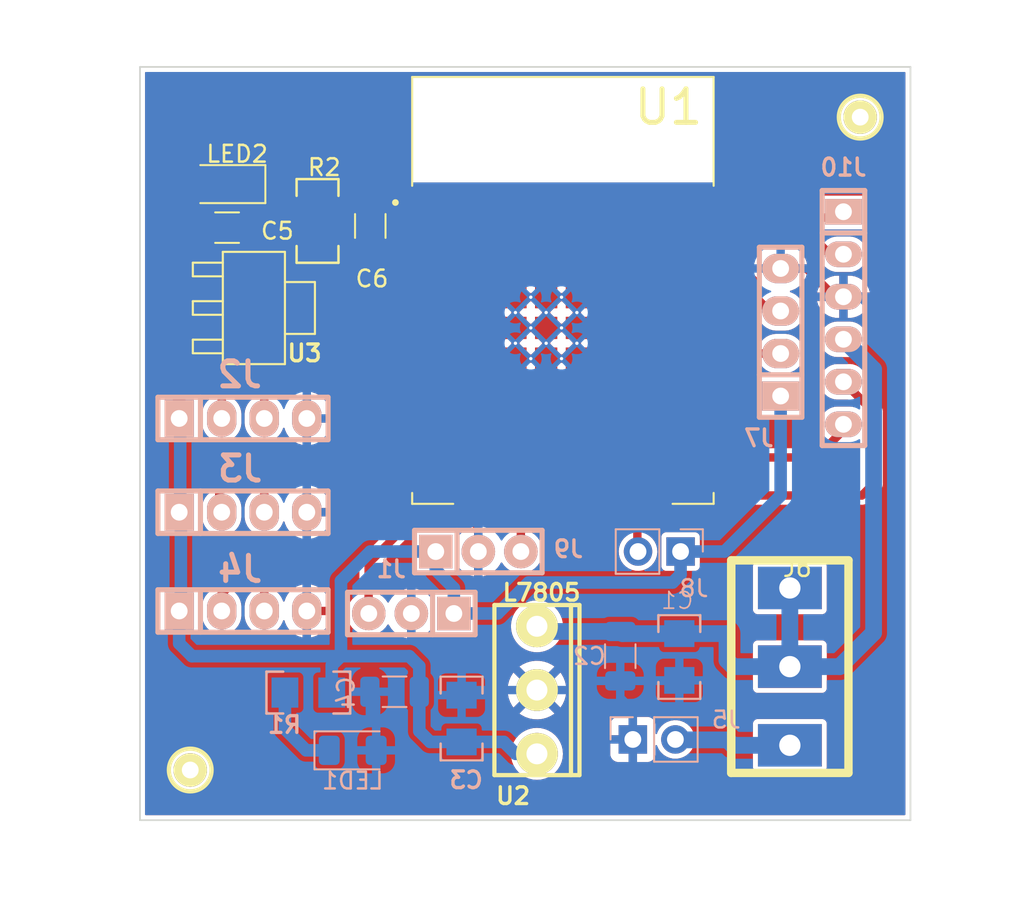
<source format=kicad_pcb>
(kicad_pcb (version 20211014) (generator pcbnew)
  (layers (0 "F.Cu" signal) (31 "B.Cu" signal) (34 "B.Paste" user) (35 "F.Paste" user) (36 "B.SilkS" user "B.Silkscreen") (37 "F.SilkS" user "F.Silkscreen") (38 "B.Mask" user) (39 "F.Mask" user) (44 "Edge.Cuts" user))
  (net 0 "")
  (net 1 "GND")
  (net 2 "+7.5V")
  (net 3 "+5V")
  (net 4 "+3V3")
  (net 5 "/Echo")
  (net 6 "/Trig1")
  (net 7 "/Echo2")
  (net 8 "/Trig2")
  (net 9 "/Echo3")
  (net 10 "/Trig3")
  (net 11 "/VBAT")
  (net 12 "/TX")
  (net 13 "/RX")
  (net 14 "/BOTON")
  (net 15 "/D0")
  (net 16 "/D0B")
  (net 17 "/IN4")
  (net 18 "/IN3")
  (net 19 "/IN2")
  (net 20 "/IN1")
  (net 21 "Net-(LED1-Pad1)")
  (net 22 "Net-(LED2-Pad1)")
  (net 40 "Net-(C6-Pad1)")
  (footprint "Capacitor_SMD:C_1206_3216Metric" (layer "F.Cu") (at 121.2 84.6)
    (fp_text reference "C5" (at 3 0.2 180) (layer "F.SilkS"))
    (fp_text value "100nF")
    (fp_line (start -0.711252 0.91) (end 0.711252 0.91) (layer "F.SilkS") (width 0.12))
    (fp_line (start -0.711252 -0.91) (end 0.711252 -0.91) (layer "F.SilkS") (width 0.12))
    (pad "1" smd roundrect (at -1.475 0) (size 1.15 1.8) (layers "F.Cu" "F.Paste" "F.Mask") (roundrect_rratio 0.217391) (net 1 "GND"))
    (pad "2" smd roundrect (at 1.475 0) (size 1.15 1.8) (layers "F.Cu" "F.Paste" "F.Mask") (roundrect_rratio 0.217391) (net 4 "+3V3"))
  )
  (footprint "Capacitor_SMD:C_1206_3216Metric" (layer "F.Cu") (at 129.75 84.5 90)
    (fp_text reference "C6" (at -3.15 0.1) (layer "F.SilkS"))
    (fp_text value "1uF")
    (fp_line (start -0.711252 0.91) (end 0.711252 0.91) (layer "F.SilkS") (width 0.12))
    (fp_line (start -0.711252 -0.91) (end 0.711252 -0.91) (layer "F.SilkS") (width 0.12))
    (pad "1" smd roundrect (at -1.475 0 90) (size 1.15 1.8) (layers "F.Cu" "F.Paste" "F.Mask") (roundrect_rratio 0.217391) (net 40 "Net-(C6-Pad1)"))
    (pad "2" smd roundrect (at 1.475 0 90) (size 1.15 1.8) (layers "F.Cu" "F.Paste" "F.Mask") (roundrect_rratio 0.217391) (net 1 "GND"))
  )
  (footprint "EESTN5:pad_2mm" (layer "F.Cu") (at 119 117)
    (fp_text reference "H2" hide)
    (fp_text value "Mounting_Hole" hide)
    (fp_circle (center 0 0) (end 1.27 -0.127) (layer "F.SilkS") (width 0.254) (fill none))
    (pad "1" thru_hole circle locked (at 0 0) (size 1.99898 1.99898) (drill 1.00076) (layers *.Cu *.Mask "F.SilkS"))
  )
  (footprint "EESTN5:SOT223" (layer "F.Cu") (at 122.8 89.4 -90)
    (fp_text reference "U3" (at 2.7 -3.025) (layer "F.SilkS") (effects (font (size 1.00076 1.00076) (thickness 0.20066))))
    (fp_text value "LM1117-SOT" hide)
    (fp_line (start -1.8923 3.6449) (end -1.8923 1.8542) (layer "F.SilkS") (width 0.127))
    (fp_line (start -0.4064 3.6449) (end -0.4064 1.8542) (layer "F.SilkS") (width 0.127))
    (fp_line (start 2.7051 3.6449) (end 2.7051 1.8542) (layer "F.SilkS") (width 0.127))
    (fp_line (start 3.3528 -1.8542) (end 3.3528 1.8542) (layer "F.SilkS") (width 0.127))
    (fp_line (start -3.3528 1.8542) (end -3.3528 -1.8542) (layer "F.SilkS") (width 0.127))
    (fp_line (start 0.4064 3.6449) (end 0.4064 1.8542) (layer "F.SilkS") (width 0.127))
    (fp_line (start -3.3528 -1.8542) (end 3.3528 -1.8542) (layer "F.SilkS") (width 0.127))
    (fp_line (start 1.8923 3.6449) (end 2.7051 3.6449) (layer "F.SilkS") (width 0.127))
    (fp_line (start 3.3528 1.8542) (end -3.3528 1.8542) (layer "F.SilkS") (width 0.127))
    (fp_line (start -2.7051 3.6449) (end -1.8923 3.6449) (layer "F.SilkS") (width 0.127))
    (fp_line (start -0.4064 3.6449) (end 0.4064 3.6449) (layer "F.SilkS") (width 0.127))
    (fp_line (start -1.5494 -3.6449) (end 1.5494 -3.6449) (layer "F.SilkS") (width 0.127))
    (fp_line (start -2.7051 3.6449) (end -2.7051 1.8542) (layer "F.SilkS") (width 0.127))
    (fp_line (start 1.5494 -3.6449) (end 1.5494 -1.8542) (layer "F.SilkS") (width 0.127))
    (fp_line (start 1.8923 3.6449) (end 1.8923 1.8542) (layer "F.SilkS") (width 0.127))
    (fp_line (start -1.5494 -3.6449) (end -1.5494 -1.8542) (layer "F.SilkS") (width 0.127))
    (pad "1" smd rect locked (at -2.3 3.3 270) (size 1 2.4) (layers "F.Cu" "F.Paste" "F.Mask") (net 1 "GND"))
    (pad "2" smd rect locked (at 0 3.3 270) (size 1 2.4) (layers "F.Cu" "F.Paste" "F.Mask") (net 4 "+3V3"))
    (pad "3" smd rect locked (at 2.3 3.3 270) (size 1 2.4) (layers "F.Cu" "F.Paste" "F.Mask") (net 3 "+5V"))
    (pad "4" smd rect locked (at 0 -3.15 270) (size 3.8 2.4) (layers "F.Cu" "F.Paste" "F.Mask") (net 4 "+3V3"))
  )
  (footprint "EESTN5:SW_SPDT_TH_Vertical" (layer "F.Cu") (at 154.8 110.825 180)
    (fp_text reference "J6" (at -0.45 5.875) (layer "F.SilkS"))
    (fp_text value "SWITCH" hide)
    (fp_line (start -3.5 -6.35) (end -3.5 6.35) (layer "F.SilkS") (width 0.5))
    (fp_line (start 3.5 -6.35) (end 3.5 6.35) (layer "F.SilkS") (width 0.508))
    (fp_line (start -3.5 6.35) (end 3.5 6.35) (layer "F.SilkS") (width 0.508))
    (fp_line (start 3.5 -6.35) (end -3.5 -6.35) (layer "F.SilkS") (width 0.5))
    (pad "1" thru_hole rect locked (at 0 -4.7 180) (size 3.81 2.54) (drill 1.27) (layers *.Cu *.Mask) (net 11 "/VBAT"))
    (pad "2" thru_hole rect locked (at 0 0 180) (size 3.81 2.54) (drill 1.27) (layers *.Cu *.Mask) (net 2 "+7.5V"))
    (pad "3" thru_hole rect locked (at 0 4.7 180) (size 3.81 2.54) (drill 1.27) (layers *.Cu *.Mask) (net 2 "+7.5V"))
  )
  (footprint "chip2:Chipesp32" (layer "F.Cu") (at 141.25 88.35)
    (fp_text reference "U1" (at 6.3 -10.95) (layer "F.SilkS") (effects (font (size 2 2) (thickness 0.3))))
    (fp_text value "ESP32-WROOM-32")
    (fp_line (start -9 12.1) (end -9 12.75) (layer "F.SilkS") (width 0.127))
    (fp_line (start 9 12.75) (end 9 12.1) (layer "F.SilkS") (width 0.127))
    (fp_line (start -9 12.75) (end -6.55 12.75) (layer "F.SilkS") (width 0.127))
    (fp_line (start -9 -12.75) (end 9 -12.75) (layer "F.SilkS") (width 0.127))
    (fp_line (start 9 -12.75) (end 9 -6.25) (layer "F.SilkS") (width 0.127))
    (fp_line (start -9 -6.25) (end -9 -12.75) (layer "F.SilkS") (width 0.127))
    (fp_line (start 6.55 12.75) (end 9 12.75) (layer "F.SilkS") (width 0.127))
    (fp_circle (center -10 -5.25) (end -9.9 -5.25) (layer "F.SilkS") (width 0.2) (fill none))
    (pad "1" smd rect locked (at -8.5 -5.26) (size 2 0.9) (layers "F.Cu" "F.Paste" "F.Mask") (net 1 "GND"))
    (pad "2" smd rect locked (at -8.5 -3.99) (size 2 0.9) (layers "F.Cu" "F.Paste" "F.Mask") (net 4 "+3V3"))
    (pad "3" smd rect locked (at -8.5 -2.72) (size 2 0.9) (layers "F.Cu" "F.Paste" "F.Mask") (net 40 "Net-(C6-Pad1)"))
    (pad "4" smd rect locked (at -8.5 -1.45) (size 2 0.9) (layers "F.Cu" "F.Paste" "F.Mask"))
    (pad "5" smd rect locked (at -8.5 -0.18) (size 2 0.9) (layers "F.Cu" "F.Paste" "F.Mask"))
    (pad "6" smd rect locked (at -8.5 1.09) (size 2 0.9) (layers "F.Cu" "F.Paste" "F.Mask") (net 5 "/Echo"))
    (pad "7" smd rect locked (at -8.5 2.36) (size 2 0.9) (layers "F.Cu" "F.Paste" "F.Mask"))
    (pad "8" smd rect locked (at -8.5 3.63) (size 2 0.9) (layers "F.Cu" "F.Paste" "F.Mask") (net 6 "/Trig1"))
    (pad "9" smd rect locked (at -8.5 4.9) (size 2 0.9) (layers "F.Cu" "F.Paste" "F.Mask") (net 7 "/Echo2"))
    (pad "10" smd rect locked (at -8.5 6.17) (size 2 0.9) (layers "F.Cu" "F.Paste" "F.Mask") (net 8 "/Trig2"))
    (pad "11" smd rect locked (at -8.5 7.44) (size 2 0.9) (layers "F.Cu" "F.Paste" "F.Mask") (net 9 "/Echo3"))
    (pad "12" smd rect locked (at -8.5 8.71) (size 2 0.9) (layers "F.Cu" "F.Paste" "F.Mask") (net 10 "/Trig3"))
    (pad "13" smd rect locked (at -8.5 9.98) (size 2 0.9) (layers "F.Cu" "F.Paste" "F.Mask"))
    (pad "14" smd rect locked (at -8.5 11.25) (size 2 0.9) (layers "F.Cu" "F.Paste" "F.Mask") (net 15 "/D0"))
    (pad "15" smd rect locked (at -5.715 12.25) (size 0.9 2) (layers "F.Cu" "F.Paste" "F.Mask") (net 1 "GND"))
    (pad "16" smd rect locked (at -4.445 12.25) (size 0.9 2) (layers "F.Cu" "F.Paste" "F.Mask") (net 16 "/D0B"))
    (pad "17" smd rect locked (at -3.175 12.25) (size 0.9 2) (layers "F.Cu" "F.Paste" "F.Mask"))
    (pad "18" smd rect locked (at -1.905 12.25) (size 0.9 2) (layers "F.Cu" "F.Paste" "F.Mask"))
    (pad "19" smd rect locked (at -0.635 12.25) (size 0.9 2) (layers "F.Cu" "F.Paste" "F.Mask"))
    (pad "20" smd rect locked (at 0.635 12.25) (size 0.9 2) (layers "F.Cu" "F.Paste" "F.Mask"))
    (pad "21" smd rect locked (at 1.905 12.25) (size 0.9 2) (layers "F.Cu" "F.Paste" "F.Mask"))
    (pad "22" smd rect locked (at 3.175 12.25) (size 0.9 2) (layers "F.Cu" "F.Paste" "F.Mask"))
    (pad "23" smd rect locked (at 4.445 12.25) (size 0.9 2) (layers "F.Cu" "F.Paste" "F.Mask") (net 14 "/BOTON"))
    (pad "24" smd rect locked (at 5.715 12.25) (size 0.9 2) (layers "F.Cu" "F.Paste" "F.Mask") (net 19 "/IN2"))
    (pad "25" smd rect locked (at 8.5 11.25) (size 2 0.9) (layers "F.Cu" "F.Paste" "F.Mask"))
    (pad "26" smd rect locked (at 8.5 9.98) (size 2 0.9) (layers "F.Cu" "F.Paste" "F.Mask") (net 20 "/IN1"))
    (pad "27" smd rect locked (at 8.5 8.71) (size 2 0.9) (layers "F.Cu" "F.Paste" "F.Mask"))
    (pad "28" smd rect locked (at 8.5 7.44) (size 2 0.9) (layers "F.Cu" "F.Paste" "F.Mask"))
    (pad "29" smd rect locked (at 8.5 6.17) (size 2 0.9) (layers "F.Cu" "F.Paste" "F.Mask"))
    (pad "30" smd rect locked (at 8.5 4.9) (size 2 0.9) (layers "F.Cu" "F.Paste" "F.Mask"))
    (pad "31" smd rect locked (at 8.5 3.63) (size 2 0.9) (layers "F.Cu" "F.Paste" "F.Mask"))
    (pad "32" smd rect locked (at 8.5 2.36) (size 2 0.9) (layers "F.Cu" "F.Paste" "F.Mask"))
    (pad "33" smd rect locked (at 8.5 1.09) (size 2 0.9) (layers "F.Cu" "F.Paste" "F.Mask"))
    (pad "34" smd rect locked (at 8.5 -0.18) (size 2 0.9) (layers "F.Cu" "F.Paste" "F.Mask") (net 13 "/RX"))
    (pad "35" smd rect locked (at 8.5 -1.45) (size 2 0.9) (layers "F.Cu" "F.Paste" "F.Mask") (net 12 "/TX"))
    (pad "36" smd rect locked (at 8.5 -2.72) (size 2 0.9) (layers "F.Cu" "F.Paste" "F.Mask") (net 18 "/IN3"))
    (pad "37" smd rect locked (at 8.5 -3.99) (size 2 0.9) (layers "F.Cu" "F.Paste" "F.Mask") (net 17 "/IN4"))
    (pad "38" smd rect locked (at 8.5 -5.26) (size 2 0.9) (layers "F.Cu" "F.Paste" "F.Mask") (net 1 "GND"))
    (pad "39_1" smd rect locked (at -2.835 0.405) (size 1.33 1.33) (layers "F.Cu" "F.Paste" "F.Mask") (net 1 "GND"))
    (pad "39_2" smd rect locked (at -1 0.405) (size 1.33 1.33) (layers "F.Cu" "F.Paste" "F.Mask") (net 1 "GND"))
    (pad "39_3" smd rect locked (at 0.835 0.405) (size 1.33 1.33) (layers "F.Cu" "F.Paste" "F.Mask") (net 1 "GND"))
    (pad "39_4" smd rect locked (at -2.835 2.24) (size 1.33 1.33) (layers "F.Cu" "F.Paste" "F.Mask") (net 1 "GND"))
    (pad "39_5" smd rect locked (at -1 2.24) (size 1.33 1.33) (layers "F.Cu" "F.Paste" "F.Mask") (net 1 "GND"))
    (pad "39_6" smd rect locked (at 0.835 2.24) (size 1.33 1.33) (layers "F.Cu" "F.Paste" "F.Mask") (net 1 "GND"))
    (pad "39_7" smd rect locked (at -2.835 4.075) (size 1.33 1.33) (layers "F.Cu" "F.Paste" "F.Mask") (net 1 "GND"))
    (pad "39_8" smd rect locked (at -1 4.075) (size 1.33 1.33) (layers "F.Cu" "F.Paste" "F.Mask") (net 1 "GND"))
    (pad "39_9" smd rect locked (at 0.835 4.075) (size 1.33 1.33) (layers "F.Cu" "F.Paste" "F.Mask") (net 1 "GND"))
    (pad "39_10" thru_hole circle locked (at -1.9175 0.405) (size 0.3 0.3) (drill 0.2) (layers *.Cu *.Mask) (net 1 "GND"))
    (pad "39_11" thru_hole circle locked (at -0.0825 0.405) (size 0.3 0.3) (drill 0.2) (layers *.Cu *.Mask) (net 1 "GND"))
    (pad "39_12" thru_hole circle locked (at -2.835 1.3225) (size 0.3 0.3) (drill 0.2) (layers *.Cu *.Mask) (net 1 "GND"))
    (pad "39_13" thru_hole circle locked (at -1 1.3225) (size 0.3 0.3) (drill 0.2) (layers *.Cu *.Mask) (net 1 "GND"))
    (pad "39_14" thru_hole circle locked (at 0.835 1.3225) (size 0.3 0.3) (drill 0.2) (layers *.Cu *.Mask) (net 1 "GND"))
    (pad "39_15" thru_hole circle locked (at -1.9175 2.24) (size 0.3 0.3) (drill 0.2) (layers *.Cu *.Mask) (net 1 "GND"))
    (pad "39_16" thru_hole circle locked (at -0.0825 2.24) (size 0.3 0.3) (drill 0.2) (layers *.Cu *.Mask) (net 1 "GND"))
    (pad "39_17" thru_hole circle locked (at -2.835 3.1575) (size 0.3 0.3) (drill 0.2) (layers *.Cu *.Mask) (net 1 "GND"))
    (pad "39_18" thru_hole circle locked (at -1 3.1575) (size 0.3 0.3) (drill 0.2) (layers *.Cu *.Mask) (net 1 "GND"))
    (pad "39_19" thru_hole circle locked (at 0.835 3.1575) (size 0.3 0.3) (drill 0.2) (layers *.Cu *.Mask) (net 1 "GND"))
    (pad "39_20" thru_hole circle locked (at -1.9175 4.075) (size 0.3 0.3) (drill 0.2) (layers *.Cu *.Mask) (net 1 "GND"))
    (pad "39_21" thru_hole circle locked (at -0.0825 4.075) (size 0.3 0.3) (drill 0.2) (layers *.Cu *.Mask) (net 1 "GND"))
    (zone (net 0) (net_name "") (layer "F.Cu") (connect_pads (clearance 0)) (min_thickness 0.01)
      (keepout (tracks not_allowed) (vias not_allowed) (pads not_allowed) (copperpour not_allowed) (footprints allowed))
      (fill (thermal_gap 0.508) (thermal_bridge_width 0.508))
      (polygon (pts (xy 132.25 75.6) (xy 150.25 75.6) (xy 150.25 81.9) (xy 132.25 81.9)))
    )
    (zone (net 0) (net_name "") (layer "B.Cu") (connect_pads (clearance 0)) (min_thickness 0.01)
      (keepout (tracks not_allowed) (vias not_allowed) (pads not_allowed) (copperpour not_allowed) (footprints allowed))
      (fill (thermal_gap 0.508) (thermal_bridge_width 0.508))
      (polygon (pts (xy 132.25 75.6) (xy 150.25 75.6) (xy 150.25 81.9) (xy 132.25 81.9)))
    )
  )
  (footprint "LED_SMD:LED_1206_3216Metric" (layer "F.Cu") (at 121.2 82 180)
    (fp_text reference "LED2" (at -0.6 1.8 180) (layer "F.SilkS"))
    (fp_text value "2V" hide)
    (fp_line (start -2.285 1.135) (end 1.6 1.135) (layer "F.SilkS") (width 0.12))
    (fp_line (start 1.6 -1.135) (end -2.285 -1.135) (layer "F.SilkS") (width 0.12))
    (fp_line (start -2.285 -1.135) (end -2.285 1.135) (layer "F.SilkS") (width 0.12))
    (pad "1" smd roundrect (at -1.4 0 180) (size 1.25 1.75) (layers "F.Cu" "F.Paste" "F.Mask") (roundrect_rratio 0.2) (net 22 "Net-(LED2-Pad1)"))
    (pad "2" smd roundrect (at 1.4 0 180) (size 1.25 1.75) (layers "F.Cu" "F.Paste" "F.Mask") (roundrect_rratio 0.2) (net 1 "GND"))
  )
  (footprint "EESTN5:to220" (layer "F.Cu") (at 139.7 112.225 -90)
    (fp_text reference "U2" (at 6.325 1.425) (layer "F.SilkS") (effects (font (thickness 0.2))))
    (fp_text value "L7805" (at -5.825 -0.275) (layer "F.SilkS") (effects (font (thickness 0.2))))
    (fp_line (start -5.08 -1.27) (end -5.08 2.54) (layer "F.SilkS") (width 0.254))
    (fp_line (start -5.08 -2.032) (end 5.08 -2.032) (layer "F.SilkS") (width 0.254))
    (fp_line (start -5.08 -2.54) (end -5.08 -1.27) (layer "F.SilkS") (width 0.254))
    (fp_line (start 5.08 -2.54) (end -5.08 -2.54) (layer "F.SilkS") (width 0.254))
    (fp_line (start -5.08 2.54) (end 5.08 2.54) (layer "F.SilkS") (width 0.254))
    (fp_line (start 5.08 2.54) (end 5.08 -2.54) (layer "F.SilkS") (width 0.254))
    (pad "1" thru_hole circle locked (at -3.81 0 270) (size 2.49936 2.49936) (drill 1.24968) (layers *.Cu *.Mask "F.SilkS") (net 2 "+7.5V"))
    (pad "2" thru_hole circle locked (at 0 0 270) (size 2.49936 2.49936) (drill 1.24968) (layers *.Cu *.Mask "F.SilkS") (net 1 "GND"))
    (pad "3" thru_hole circle locked (at 3.81 0 270) (size 2.49936 2.49936) (drill 1.24968) (layers *.Cu *.Mask "F.SilkS") (net 3 "+5V"))
  )
  (footprint "EESTN5:pad_2mm" (layer "F.Cu") (at 159 78 180)
    (fp_text reference "H1" hide)
    (fp_text value "Mounting_Hole" hide)
    (fp_circle (center 0 0) (end 1.27 -0.127) (layer "F.SilkS") (width 0.254) (fill none))
    (pad "1" thru_hole circle locked (at 0 0 180) (size 1.99898 1.99898) (drill 1.00076) (layers *.Cu *.Mask "F.SilkS"))
  )
  (footprint "EESTN5:R_1206" (layer "F.Cu") (at 126.6 84.2 90)
    (fp_text reference "R2" (at 3.2 0.4 180) (layer "F.SilkS"))
    (fp_text value "330" hide)
    (fp_line (start -1.5 -1.25) (end -2.5 -1.25) (layer "F.SilkS") (width 0.15))
    (fp_line (start 2.5 1.25) (end 2.5 -1.25) (layer "F.SilkS") (width 0.15))
    (fp_line (start 1.5 1.25) (end 2.5 1.25) (layer "F.SilkS") (width 0.15))
    (fp_line (start 1.5 -1.25) (end 2.5 -1.25) (layer "F.SilkS") (width 0.15))
    (fp_line (start -2.5 1.25) (end -1.5 1.25) (layer "F.SilkS") (width 0.15))
    (fp_line (start -2.5 -1.25) (end -2.5 1.25) (layer "F.SilkS") (width 0.15))
    (pad "1" smd rect locked (at 1.397 0 90) (size 1.6002 1.8034) (layers "F.Cu" "F.Paste" "F.Mask") (net 22 "Net-(LED2-Pad1)"))
    (pad "2" smd rect locked (at -1.397 0 90) (size 1.6002 1.8034) (layers "F.Cu" "F.Paste" "F.Mask") (net 4 "+3V3"))
  )
  (footprint "EESTN5:Pin_Header_6" (layer "B.Cu") (at 158 90 -90)
    (fp_text reference "J10" (at -9 0 180) (layer "B.SilkS") (effects (font (size 1.016 1.016) (thickness 0.2032)) (justify mirror)))
    (fp_text value "Input of Driver L9110" hide)
    (fp_line (start -7.62 -1.27) (end -7.62 1.27) (layer "B.SilkS") (width 0.3048))
    (fp_line (start 7.62 1.27) (end 7.62 -1.27) (layer "B.SilkS") (width 0.3048))
    (fp_line (start 7.62 -1.27) (end -7.62 -1.27) (layer "B.SilkS") (width 0.3048))
    (fp_line (start -5.08 1.27) (end -5.08 -1.27) (layer "B.SilkS") (width 0.3048))
    (fp_line (start -7.62 1.27) (end 7.62 1.27) (layer "B.SilkS") (width 0.3048))
    (pad "1" thru_hole rect locked (at -6.35 0 270) (size 1.524 2.19964) (drill 1.00076) (layers *.Cu *.Mask "B.SilkS") (net 17 "/IN4"))
    (pad "2" thru_hole oval locked (at -3.81 0 270) (size 1.524 2.19964) (drill 1.00076) (layers *.Cu *.Mask "B.SilkS") (net 18 "/IN3"))
    (pad "3" thru_hole oval locked (at -1.27 0 270) (size 1.524 2.19964) (drill 1.00076) (layers *.Cu *.Mask "B.SilkS") (net 1 "GND"))
    (pad "4" thru_hole oval locked (at 1.27 0 270) (size 1.524 2.19964) (drill 1.00076) (layers *.Cu *.Mask "B.SilkS") (net 2 "+7.5V"))
    (pad "5" thru_hole oval locked (at 3.81 0 270) (size 1.524 2.19964) (drill 1.00076) (layers *.Cu *.Mask "B.SilkS") (net 19 "/IN2"))
    (pad "6" thru_hole oval locked (at 6.35 0 270) (size 1.524 2.19964) (drill 1.00076) (layers *.Cu *.Mask "B.SilkS") (net 20 "/IN1"))
  )
  (footprint "EESTN5:R_1206" (layer "B.Cu") (at 126.05 112.375 180)
    (fp_text reference "R1" (at 1.425 -1.925) (layer "B.SilkS") (effects (font (thickness 0.2)) (justify mirror)))
    (fp_text value "470" hide)
    (fp_line (start -2.5 -1.25) (end -1.5 -1.25) (layer "B.SilkS") (width 0.15))
    (fp_line (start 2.5 -1.25) (end 2.5 1.25) (layer "B.SilkS") (width 0.15))
    (fp_line (start 1.5 -1.25) (end 2.5 -1.25) (layer "B.SilkS") (width 0.15))
    (fp_line (start -1.5 1.25) (end -2.5 1.25) (layer "B.SilkS") (width 0.15))
    (fp_line (start 1.5 1.25) (end 2.5 1.25) (layer "B.SilkS") (width 0.15))
    (fp_line (start -2.5 1.25) (end -2.5 -1.25) (layer "B.SilkS") (width 0.15))
    (pad "1" smd rect locked (at 1.397 0 180) (size 1.6002 1.8034) (layers "B.Cu" "B.Paste" "B.Mask") (net 21 "Net-(LED1-Pad1)"))
    (pad "2" smd rect locked (at -1.397 0 180) (size 1.6002 1.8034) (layers "B.Cu" "B.Paste" "B.Mask") (net 3 "+5V"))
  )
  (footprint "EESTN5:C_1206" (layer "B.Cu") (at 135.2 113.925 -90)
    (fp_text reference "C3" (at 3.675 -0.275) (layer "B.SilkS") (effects (font (thickness 0.2)) (justify mirror)))
    (fp_text value "10uF" hide)
    (fp_line (start 2.5 -1.25) (end 2.5 1.25) (layer "B.SilkS") (width 0.127))
    (fp_line (start 1.5 1.25) (end 2.5 1.25) (layer "B.SilkS") (width 0.15))
    (fp_line (start 1.5 -1.25) (end 2.5 -1.25) (layer "B.SilkS") (width 0.15))
    (fp_line (start -1.5 1.25) (end -2.5 1.25) (layer "B.SilkS") (width 0.15))
    (fp_line (start -1.5 -1.25) (end -2.5 -1.25) (layer "B.SilkS") (width 0.15))
    (fp_line (start -2.5 1.25) (end -2.5 -1.25) (layer "B.SilkS") (width 0.127))
    (pad "1" smd rect locked (at 1.397 0 270) (size 1.6002 1.8034) (layers "B.Cu" "B.Paste" "B.Mask") (net 3 "+5V"))
    (pad "2" smd rect locked (at -1.397 0 270) (size 1.6002 1.8034) (layers "B.Cu" "B.Paste" "B.Mask") (net 1 "GND"))
  )
  (footprint "EESTN5:pin_strip_4" (layer "B.Cu") (at 154.25 90.85 90)
    (fp_text reference "J7" (at -6.325 -1.3) (layer "B.SilkS") (effects (font (thickness 0.2)) (justify mirror)))
    (fp_text value "Programador" hide)
    (fp_line (start 5.08 1.27) (end 5.08 -1.27) (layer "B.SilkS") (width 0.3048))
    (fp_line (start -5.08 -1.27) (end -5.08 1.27) (layer "B.SilkS") (width 0.3048))
    (fp_line (start -2.54 1.27) (end -2.54 -1.27) (layer "B.SilkS") (width 0.3048))
    (fp_line (start -5.08 1.27) (end 5.08 1.27) (layer "B.SilkS") (width 0.3048))
    (fp_line (start 5.08 -1.27) (end -5.08 -1.27) (layer "B.SilkS") (width 0.3048))
    (pad "1" thru_hole rect locked (at -3.81 0 90) (size 1.75 2.2) (drill 1.00076) (layers *.Cu *.Mask "B.SilkS") (net 3 "+5V"))
    (pad "2" thru_hole oval locked (at -1.27 0 90) (size 1.75 2.2) (drill 1.00076) (layers *.Cu *.Mask "B.SilkS") (net 13 "/RX"))
    (pad "3" thru_hole oval locked (at 1.27 0 90) (size 1.75 2.2) (drill 1.00076) (layers *.Cu *.Mask "B.SilkS") (net 12 "/TX"))
    (pad "4" thru_hole oval locked (at 3.81 0 90) (size 1.75 2.2) (drill 1.00076) (layers *.Cu *.Mask "B.SilkS") (net 1 "GND"))
  )
  (footprint "EESTN5:C_1206" (layer "B.Cu") (at 148.2 110.25 90)
    (fp_text reference "C1" (at 3.375 -0.125) (layer "B.SilkS") (effects (font (thickness 0.1)) (justify mirror)))
    (fp_text value "220uF" hide)
    (fp_line (start 1.5 1.25) (end 2.5 1.25) (layer "B.SilkS") (width 0.15))
    (fp_line (start -2.5 1.25) (end -2.5 -1.25) (layer "B.SilkS") (width 0.127))
    (fp_line (start 2.5 -1.25) (end 2.5 1.25) (layer "B.SilkS") (width 0.127))
    (fp_line (start 1.5 -1.25) (end 2.5 -1.25) (layer "B.SilkS") (width 0.15))
    (fp_line (start -1.5 1.25) (end -2.5 1.25) (layer "B.SilkS") (width 0.15))
    (fp_line (start -1.5 -1.25) (end -2.5 -1.25) (layer "B.SilkS") (width 0.15))
    (pad "1" smd rect locked (at 1.397 0 90) (size 1.6002 1.8034) (layers "B.Cu" "B.Paste" "B.Mask") (net 2 "+7.5V"))
    (pad "2" smd rect locked (at -1.397 0 90) (size 1.6002 1.8034) (layers "B.Cu" "B.Paste" "B.Mask") (net 1 "GND"))
  )
  (footprint "Connector_PinSocket_2.54mm:PinSocket_1x02_P2.54mm_Vertical" (layer "B.Cu") (at 148.275 103.95 90)
    (fp_text reference "J8" (at -2.2 0.8) (layer "B.SilkS") (effects (justify mirror)))
    (fp_text value "BOTON")
    (fp_line (start -1.33 -1.27) (end -1.33 -3.87) (layer "B.SilkS") (width 0.12))
    (fp_line (start 0 1.33) (end 1.33 1.33) (layer "B.SilkS") (width 0.12))
    (fp_line (start 1.33 -1.27) (end 1.33 -3.87) (layer "B.SilkS") (width 0.12))
    (fp_line (start 1.33 1.33) (end 1.33 0) (layer "B.SilkS") (width 0.12))
    (fp_line (start -1.33 -1.27) (end 1.33 -1.27) (layer "B.SilkS") (width 0.12))
    (fp_line (start -1.33 -3.87) (end 1.33 -3.87) (layer "B.SilkS") (width 0.12))
    (pad "1" thru_hole rect (at 0 0 90) (size 1.7 1.7) (drill 1) (layers *.Cu *.Mask) (net 3 "+5V"))
    (pad "2" thru_hole oval (at 0 -2.54 90) (size 1.7 1.7) (drill 1) (layers *.Cu *.Mask) (net 14 "/BOTON"))
  )
  (footprint "EESTN5:pin_strip_4" (layer "B.Cu") (at 122.15 101.6)
    (fp_text reference "J3" (at -0.17 -2.6) (layer "B.SilkS") (effects (font (size 1.5 1.5) (thickness 0.3)) (justify mirror)))
    (fp_text value "HC_SRO4" hide)
    (fp_line (start -5.08 -1.27) (end -5.08 1.27) (layer "B.SilkS") (width 0.3048))
    (fp_line (start -2.54 1.27) (end -2.54 -1.27) (layer "B.SilkS") (width 0.3048))
    (fp_line (start -5.08 1.27) (end 5.08 1.27) (layer "B.SilkS") (width 0.3048))
    (fp_line (start 5.08 1.27) (end 5.08 -1.27) (layer "B.SilkS") (width 0.3048))
    (fp_line (start 5.08 -1.27) (end -5.08 -1.27) (layer "B.SilkS") (width 0.3048))
    (pad "1" thru_hole rect locked (at -3.81 0) (size 1.75 2.2) (drill 1.00076) (layers *.Cu *.Mask "B.SilkS") (net 3 "+5V"))
    (pad "2" thru_hole oval locked (at -1.27 0) (size 1.75 2.2) (drill 1.00076) (layers *.Cu *.Mask "B.SilkS") (net 7 "/Echo2"))
    (pad "3" thru_hole oval locked (at 1.27 0) (size 1.75 2.2) (drill 1.00076) (layers *.Cu *.Mask "B.SilkS") (net 8 "/Trig2"))
    (pad "4" thru_hole oval locked (at 3.81 0) (size 1.75 2.2) (drill 1.00076) (layers *.Cu *.Mask "B.SilkS") (net 1 "GND"))
  )
  (footprint "Connector_PinHeader_2.54mm:PinHeader_1x02_P2.54mm_Vertical" (layer "B.Cu") (at 145.425 115.175 -90)
    (fp_text reference "J5" (at -1.175 -5.575) (layer "B.SilkS") (effects (justify mirror)))
    (fp_text value "CableAlimentacion")
    (fp_line (start -1.33 -1.27) (end 1.33 -1.27) (layer "B.SilkS") (width 0.12))
    (fp_line (start -1.33 -1.27) (end -1.33 -3.87) (layer "B.SilkS") (width 0.12))
    (fp_line (start -1.33 1.33) (end 0 1.33) (layer "B.SilkS") (width 0.12))
    (fp_line (start -1.33 0) (end -1.33 1.33) (layer "B.SilkS") (width 0.12))
    (fp_line (start -1.33 -3.87) (end 1.33 -3.87) (layer "B.SilkS") (width 0.12))
    (fp_line (start 1.33 -1.27) (end 1.33 -3.87) (layer "B.SilkS") (width 0.12))
    (pad "1" thru_hole rect (at 0 0 270) (size 1.7 1.7) (drill 1) (layers *.Cu *.Mask) (net 1 "GND"))
    (pad "2" thru_hole oval (at 0 -2.54 270) (size 1.7 1.7) (drill 1) (layers *.Cu *.Mask) (net 11 "/VBAT"))
  )
  (footprint "Capacitor_SMD:C_1206_3216Metric" (layer "B.Cu") (at 144.675 110.2 -90)
    (fp_text reference "C2" (at 0 1.85) (layer "B.SilkS") (effects (justify mirror)))
    (fp_text value "100nF")
    (fp_line (start -0.711252 -0.91) (end 0.711252 -0.91) (layer "B.SilkS") (width 0.12))
    (fp_line (start -0.711252 0.91) (end 0.711252 0.91) (layer "B.SilkS") (width 0.12))
    (pad "1" smd roundrect (at -1.475 0 270) (size 1.15 1.8) (layers "B.Cu" "B.Paste" "B.Mask") (roundrect_rratio 0.217391) (net 2 "+7.5V"))
    (pad "2" smd roundrect (at 1.475 0 270) (size 1.15 1.8) (layers "B.Cu" "B.Paste" "B.Mask") (roundrect_rratio 0.217391) (net 1 "GND"))
  )
  (footprint "Capacitor_SMD:C_1206_3216Metric" (layer "B.Cu") (at 131.2 112.325)
    (fp_text reference "C4" (at -2.9 0.075 90) (layer "B.SilkS") (effects (justify mirror)))
    (fp_text value "100nF")
    (fp_line (start -0.711252 0.91) (end 0.711252 0.91) (layer "B.SilkS") (width 0.12))
    (fp_line (start -0.711252 -0.91) (end 0.711252 -0.91) (layer "B.SilkS") (width 0.12))
    (pad "1" smd roundrect (at -1.475 0) (size 1.15 1.8) (layers "B.Cu" "B.Paste" "B.Mask") (roundrect_rratio 0.217391) (net 1 "GND"))
    (pad "2" smd roundrect (at 1.475 0) (size 1.15 1.8) (layers "B.Cu" "B.Paste" "B.Mask") (roundrect_rratio 0.217391) (net 3 "+5V"))
  )
  (footprint "EESTN5:pin_strip_4" (layer "B.Cu") (at 122.15 96)
    (fp_text reference "J2" (at -0.2032 -2.625) (layer "B.SilkS") (effects (font (size 1.5 1.5) (thickness 0.3)) (justify mirror)))
    (fp_text value "HC_SRO4" hide)
    (fp_line (start -2.54 1.27) (end -2.54 -1.27) (layer "B.SilkS") (width 0.3048))
    (fp_line (start 5.08 1.27) (end 5.08 -1.27) (layer "B.SilkS") (width 0.3048))
    (fp_line (start 5.08 -1.27) (end -5.08 -1.27) (layer "B.SilkS") (width 0.3048))
    (fp_line (start -5.08 1.27) (end 5.08 1.27) (layer "B.SilkS") (width 0.3048))
    (fp_line (start -5.08 -1.27) (end -5.08 1.27) (layer "B.SilkS") (width 0.3048))
    (pad "1" thru_hole rect locked (at -3.81 0) (size 1.75 2.2) (drill 1.00076) (layers *.Cu *.Mask "B.SilkS") (net 3 "+5V"))
    (pad "2" thru_hole oval locked (at -1.27 0) (size 1.75 2.2) (drill 1.00076) (layers *.Cu *.Mask "B.SilkS") (net 5 "/Echo"))
    (pad "3" thru_hole oval locked (at 1.27 0) (size 1.75 2.2) (drill 1.00076) (layers *.Cu *.Mask "B.SilkS") (net 6 "/Trig1"))
    (pad "4" thru_hole oval locked (at 3.81 0) (size 1.75 2.2) (drill 1.00076) (layers *.Cu *.Mask "B.SilkS") (net 1 "GND"))
  )
  (footprint "EESTN5:Pin_Strip_3" (layer "B.Cu") (at 136.2 103.95)
    (fp_text reference "J9" (at 5.375 -0.15) (layer "B.SilkS") (effects (font (thickness 0.2)) (justify mirror)))
    (fp_text value "EncoderMotorIzquierda" hide)
    (fp_line (start 3.81 1.27) (end 3.81 -1.27) (layer "B.SilkS") (width 0.3048))
    (fp_line (start -3.81 1.27) (end -3.81 -1.27) (layer "B.SilkS") (width 0.3048))
    (fp_line (start 3.81 -1.27) (end -3.81 -1.27) (layer "B.SilkS") (width 0.3048))
    (fp_line (start -1.27 1.27) (end -1.27 -1.27) (layer "B.SilkS") (width 0.3048))
    (fp_line (start -3.81 1.27) (end 3.81 1.27) (layer "B.SilkS") (width 0.3048))
    (pad "1" thru_hole rect locked (at -2.54 0) (size 2 2) (drill 1) (layers *.Cu *.Mask "B.SilkS") (net 3 "+5V"))
    (pad "2" thru_hole oval locked (at 0 0) (size 2 2) (drill 1) (layers *.Cu *.Mask "B.SilkS") (net 1 "GND"))
    (pad "3" thru_hole oval locked (at 2.54 0) (size 2 2) (drill 1) (layers *.Cu *.Mask "B.SilkS") (net 16 "/D0B"))
  )
  (footprint "LED_SMD:LED_1206_3216Metric" (layer "B.Cu") (at 128.7 115.825)
    (fp_text reference "LED1" (at 0 1.82) (layer "B.SilkS") (effects (justify mirror)))
    (fp_text value "2V" hide)
    (fp_line (start 1.6 1.135) (end -2.285 1.135) (layer "B.SilkS") (width 0.12))
    (fp_line (start -2.285 -1.135) (end 1.6 -1.135) (layer "B.SilkS") (width 0.12))
    (fp_line (start -2.285 1.135) (end -2.285 -1.135) (layer "B.SilkS") (width 0.12))
    (pad "1" smd roundrect (at -1.4 0) (size 1.25 1.75) (layers "B.Cu" "B.Paste" "B.Mask") (roundrect_rratio 0.2) (net 21 "Net-(LED1-Pad1)"))
    (pad "2" smd roundrect (at 1.4 0) (size 1.25 1.75) (layers "B.Cu" "B.Paste" "B.Mask") (roundrect_rratio 0.2) (net 1 "GND"))
  )
  (footprint "EESTN5:pin_strip_4" (layer "B.Cu") (at 122.15 107.5)
    (fp_text reference "J4" (at -0.175 -2.5) (layer "B.SilkS") (effects (font (size 1.5 1.5) (thickness 0.3)) (justify mirror)))
    (fp_text value "HC_SRO4" hide)
    (fp_line (start -5.08 -1.27) (end -5.08 1.27) (layer "B.SilkS") (width 0.3048))
    (fp_line (start -2.54 1.27) (end -2.54 -1.27) (layer "B.SilkS") (width 0.3048))
    (fp_line (start -5.08 1.27) (end 5.08 1.27) (layer "B.SilkS") (width 0.3048))
    (fp_line (start 5.08 1.27) (end 5.08 -1.27) (layer "B.SilkS") (width 0.3048))
    (fp_line (start 5.08 -1.27) (end -5.08 -1.27) (layer "B.SilkS") (width 0.3048))
    (pad "1" thru_hole rect locked (at -3.81 0) (size 1.75 2.2) (drill 1.00076) (layers *.Cu *.Mask "B.SilkS") (net 3 "+5V"))
    (pad "2" thru_hole oval locked (at -1.27 0) (size 1.75 2.2) (drill 1.00076) (layers *.Cu *.Mask "B.SilkS") (net 9 "/Echo3"))
    (pad "3" thru_hole oval locked (at 1.27 0) (size 1.75 2.2) (drill 1.00076) (layers *.Cu *.Mask "B.SilkS") (net 10 "/Trig3"))
    (pad "4" thru_hole oval locked (at 3.81 0) (size 1.75 2.2) (drill 1.00076) (layers *.Cu *.Mask "B.SilkS") (net 1 "GND"))
  )
  (footprint "EESTN5:Pin_Strip_3" (layer "B.Cu") (at 132.2 107.65 180)
    (fp_text reference "J1" (at 1.2 2.65) (layer "B.SilkS") (effects (font (thickness 0.2)) (justify mirror)))
    (fp_text value "EncoderMotorDerecha" hide)
    (fp_line (start -1.27 1.27) (end -1.27 -1.27) (layer "B.SilkS") (width 0.3048))
    (fp_line (start 3.81 -1.27) (end -3.81 -1.27) (layer "B.SilkS") (width 0.3048))
    (fp_line (start -3.81 1.27) (end -3.81 -1.27) (layer "B.SilkS") (width 0.3048))
    (fp_line (start 3.81 1.27) (end 3.81 -1.27) (layer "B.SilkS") (width 0.3048))
    (fp_line (start -3.81 1.27) (end 3.81 1.27) (layer "B.SilkS") (width 0.3048))
    (pad "1" thru_hole rect locked (at -2.54 0 180) (size 2 2) (drill 1) (layers *.Cu *.Mask "B.SilkS") (net 3 "+5V"))
    (pad "2" thru_hole oval locked (at 0 0 180) (size 2 2) (drill 1) (layers *.Cu *.Mask "B.SilkS") (net 1 "GND"))
    (pad "3" thru_hole oval locked (at 2.54 0 180) (size 2 2) (drill 1) (layers *.Cu *.Mask "B.SilkS") (net 15 "/D0"))
  )
  (gr_line (start 116 120) (end 162 120) (layer "Edge.Cuts") (width 0.1))
  (gr_line (start 162 120) (end 162 75) (layer "Edge.Cuts") (width 0.1))
  (gr_line (start 162 75) (end 116 75) (layer "Edge.Cuts") (width 0.1))
  (gr_line (start 116 75) (end 116 120) (layer "Edge.Cuts") (width 0.1))
  (gr_text "Bover.JR" (at 124.5 77.5) (layer "F.Cu") (effects (font (size 2.3 2) (thickness 0.425) italic)))
  (segment (start 160.05 88.45) (end 160.05 82.939158) (width 0.5) (layer "F.Cu") (net 1))
  (segment (start 119.8 81.05) (end 119.8 82) (width 0.5) (layer "F.Cu") (net 1))
  (segment (start 158 88.73) (end 159.77 88.73) (width 0.5) (layer "F.Cu") (net 1))
  (segment (start 136.2 103.95) (end 136.2 109.089022) (width 0.5) (layer "F.Cu") (net 1))
  (segment (start 119.725 82.075) (end 119.8 82) (width 0.5) (layer "F.Cu") (net 1))
  (segment (start 132.2 107.65) (end 132.2 109.65) (width 0.5) (layer "F.Cu") (net 1))
  (segment (start 159.77 88.73) (end 160.05 88.45) (width 0.5) (layer "F.Cu") (net 1))
  (segment (start 155.79 87.04) (end 157.48 88.73) (width 0.5) (layer "F.Cu") (net 1))
  (segment (start 119.5 87.1) (end 119.725 86.875) (width 0.5) (layer "F.Cu") (net 1))
  (segment (start 117.05 87.1) (end 119.5 87.1) (width 0.5) (layer "F.Cu") (net 1))
  (segment (start 126.8 80.55) (end 120.3 80.55) (width 0.5) (layer "F.Cu") (net 1))
  (segment (start 131.55 110.3) (end 126.3 110.3) (width 0.5) (layer "F.Cu") (net 1))
  (segment (start 119.725 86.875) (end 119.725 84.6) (width 0.5) (layer "F.Cu") (net 1))
  (segment (start 120.3 80.55) (end 119.8 81.05) (width 0.5) (layer "F.Cu") (net 1))
  (segment (start 154.25 87.04) (end 155.79 87.04) (width 0.5) (layer "F.Cu") (net 1))
  (segment (start 132.2 109.65) (end 131.55 110.3) (width 0.5) (layer "F.Cu") (net 1))
  (segment (start 160.05 82.939158) (end 159.549331 82.438489) (width 0.5) (layer "F.Cu") (net 1))
  (segment (start 136.2 102.475) (end 136.2 103.95) (width 0.5) (layer "F.Cu") (net 1))
  (segment (start 132.55 109.65) (end 132.2 109.3) (width 0.5) (layer "F.Cu") (net 1))
  (segment (start 129.75 83.025) (end 132.685 83.025) (width 0.5) (layer "F.Cu") (net 1))
  (segment (start 116.9 87.25) (end 117.05 87.1) (width 0.5) (layer "F.Cu") (net 1))
  (segment (start 132.685 83.025) (end 132.75 83.09) (width 0.5) (layer "F.Cu") (net 1))
  (segment (start 126.3 110.3) (end 125.96 109.96) (width 0.5) (layer "F.Cu") (net 1))
  (segment (start 159.549331 82.438489) (end 150.401511 82.438489) (width 0.5) (layer "F.Cu") (net 1))
  (segment (start 129.35 81.6) (end 127.85 81.6) (width 0.5) (layer "F.Cu") (net 1))
  (segment (start 129.75 82) (end 129.35 81.6) (width 0.5) (layer "F.Cu") (net 1))
  (segment (start 136.2 109.089022) (end 135.639022 109.65) (width 0.5) (layer "F.Cu") (net 1))
  (segment (start 125.96 109.96) (end 125.96 107.5) (width 0.5) (layer "F.Cu") (net 1))
  (segment (start 119.725 84.6) (end 119.725 82.075) (width 0.5) (layer "F.Cu") (net 1))
  (segment (start 135.535 100.6) (end 135.535 101.81) (width 0.5) (layer "F.Cu") (net 1))
  (segment (start 126.3 110.3) (end 117.65 110.3) (width 0.5) (layer "F.Cu") (net 1))
  (segment (start 157.48 88.73) (end 158 88.73) (width 0.5) (layer "F.Cu") (net 1))
  (segment (start 135.535 101.81) (end 136.2 102.475) (width 0.5) (layer "F.Cu") (net 1))
  (segment (start 129.75 83.025) (end 129.75 82) (width 0.5) (layer "F.Cu") (net 1))
  (segment (start 127.85 81.6) (end 126.8 80.55) (width 0.5) (layer "F.Cu") (net 1))
  (segment (start 117.65 110.3) (end 116.9 109.55) (width 0.5) (layer "F.Cu") (net 1))
  (segment (start 116.9 109.55) (end 116.9 87.25) (width 0.5) (layer "F.Cu") (net 1))
  (segment (start 150.401511 82.438489) (end 149.75 83.09) (width 0.5) (layer "F.Cu") (net 1))
  (segment (start 135.639022 109.65) (end 132.55 109.65) (width 0.5) (layer "F.Cu") (net 1))
  (segment (start 132.2 109.3) (end 132.2 107.65) (width 0.5) (layer "F.Cu") (net 1))
  (segment (start 144.675 112.675) (end 144.675 111.675) (width 0.5) (layer "B.Cu") (net 1))
  (segment (start 144.703 111.647) (end 144.675 111.675) (width 0.5) (layer "B.Cu") (net 1))
  (segment (start 142.375 112.225) (end 139.7 112.225) (width 0.5) (layer "B.Cu") (net 1))
  (segment (start 130.1 115.825) (end 130.1 117.35) (width 0.5) (layer "B.Cu") (net 1))
  (segment (start 132.2 109.099511) (end 132.2 107.65) (width 0.5) (layer "B.Cu") (net 1))
  (segment (start 144.675 111.675) (end 148.172 111.675) (width 0.5) (layer "B.Cu") (net 1))
  (segment (start 125.96 96) (end 125.96 101.6) (width 0.5) (layer "B.Cu") (net 1))
  (segment (start 144.9 118.7) (end 145.425 118.175) (width 0.5) (layer "B.Cu") (net 1))
  (segment (start 130.1 112.7) (end 129.725 112.325) (width 0.5) (layer "B.Cu") (net 1))
  (segment (start 130.1 117.35) (end 131.45 118.7) (width 0.5) (layer "B.Cu") (net 1))
  (segment (start 125.96 101.6) (end 125.95 101.61) (width 0.5) (layer "B.Cu") (net 1))
  (segment (start 130.1 115.825) (end 130.1 112.7) (width 0.5) (layer "B.Cu") (net 1))
  (segment (start 144.675 111.675) (end 142.925 111.675) (width 0.5) (layer "B.Cu") (net 1))
  (segment (start 161 90.73) (end 159 88.73) (width 0.5) (layer "B.Cu") (net 1))
  (segment (start 139.7 112.225) (end 135.503 112.225) (width 0.5) (layer "B.Cu") (net 1))
  (segment (start 155.699022 118.7) (end 161 113.399022) (width 0.5) (layer "B.Cu") (net 1))
  (segment (start 131.45 118.7) (end 144.7 118.7) (width 0.5) (layer "B.Cu") (net 1))
  (segment (start 135.2 112.528) (end 135.2 110.4) (width 0.5) (layer "B.Cu") (net 1))
  (segment (start 145.425 115.175) (end 145.425 113.425) (width 0.5) (layer "B.Cu") (net 1))
  (segment (start 145.425 118.175) (end 145.425 115.175) (width 0.5) (layer "B.Cu") (net 1))
  (segment (start 125.95 107.49) (end 125.96 107.5) (width 0.5) (layer "B.Cu") (net 1))
  (segment (start 161 113.399022) (end 161 90.73) (width 0.5) (layer "B.Cu") (net 1))
  (segment (start 144.7 118.7) (end 144.9 118.7) (width 0.5) (layer "B.Cu") (net 1))
  (segment (start 135.503 112.225) (end 135.2 112.528) (width 0.5) (layer "B.Cu") (net 1))
  (segment (start 144.7 118.7) (end 155.699022 118.7) (width 0.5) (layer "B.Cu") (net 1))
  (segment (start 125.95 101.61) (end 125.95 107.49) (width 0.5) (layer "B.Cu") (net 1))
  (segment (start 145.425 113.425) (end 144.675 112.675) (width 0.5) (layer "B.Cu") (net 1))
  (segment (start 159 88.73) (end 158 88.73) (width 0.5) (layer "B.Cu") (net 1))
  (segment (start 142.925 111.675) (end 142.375 112.225) (width 0.5) (layer "B.Cu") (net 1))
  (segment (start 133.899511 109.099511) (end 132.2 109.099511) (width 0.5) (layer "B.Cu") (net 1))
  (segment (start 148.172 111.675) (end 148.2 111.647) (width 0.5) (layer "B.Cu") (net 1))
  (segment (start 135.2 110.4) (end 133.899511 109.099511) (width 0.5) (layer "B.Cu") (net 1))
  (segment (start 148.2 108.853) (end 151.047 108.853) (width 1) (layer "B.Cu") (net 2))
  (segment (start 151.047 110.447) (end 151.425 110.825) (width 1) (layer "B.Cu") (net 2))
  (segment (start 159.8 108.8) (end 159.8 93.07) (width 1) (layer "B.Cu") (net 2))
  (segment (start 154.8 110.825) (end 154.8 106.125) (width 1) (layer "B.Cu") (net 2))
  (segment (start 157.775 110.825) (end 159.8 108.8) (width 1) (layer "B.Cu") (net 2))
  (segment (start 144.803 108.853) (end 144.675 108.725) (width 1) (layer "B.Cu") (net 2))
  (segment (start 148.2 108.853) (end 144.803 108.853) (width 1) (layer "B.Cu") (net 2))
  (segment (start 151.047 108.853) (end 151.047 110.447) (width 1) (layer "B.Cu") (net 2))
  (segment (start 140.01 108.725) (end 139.7 108.415) (width 1) (layer "B.Cu") (net 2))
  (segment (start 151.425 110.825) (end 154.8 110.825) (width 1) (layer "B.Cu") (net 2))
  (segment (start 159.8 93.07) (end 158 91.27) (width 1) (layer "B.Cu") (net 2))
  (segment (start 154.8 110.825) (end 157.775 110.825) (width 1) (layer "B.Cu") (net 2))
  (segment (start 144.675 108.725) (end 140.01 108.725) (width 1) (layer "B.Cu") (net 2))
  (segment (start 119.5 91.7) (end 119.18 91.7) (width 0.75) (layer "F.Cu") (net 3))
  (segment (start 119.18 91.7) (end 118.34 92.54) (width 0.75) (layer "F.Cu") (net 3))
  (segment (start 118.34 92.54) (end 118.34 96) (width 0.75) (layer "F.Cu") (net 3))
  (segment (start 129.75 103.95) (end 133.66 103.95) (width 0.75) (layer "B.Cu") (net 3))
  (segment (start 133.322 115.322) (end 132.675 114.675) (width 0.75) (layer "B.Cu") (net 3))
  (segment (start 118.44 107.4) (end 118.44 101.7) (width 0.75) (layer "B.Cu") (net 3))
  (segment (start 128 105.7) (end 129.75 103.95) (width 0.75) (layer "B.Cu") (net 3))
  (segment (start 150.9 103.95) (end 154.25 100.6) (width 0.75) (layer "B.Cu") (net 3))
  (segment (start 133.66 105.06) (end 134.74 106.14) (width 0.75) (layer "B.Cu") (net 3))
  (segment (start 128 110.2) (end 132.075 110.2) (width 0.75) (layer "B.Cu") (net 3))
  (segment (start 118.34 109.44) (end 118.34 107.5) (width 0.75) (layer "B.Cu") (net 3))
  (segment (start 128 110.2) (end 119.1 110.2) (width 0.75) (layer "B.Cu") (net 3))
  (segment (start 133.66 103.95) (end 133.66 105.06) (width 0.75) (layer "B.Cu") (net 3))
  (segment (start 132.075 110.2) (end 132.675 110.8) (width 0.75) (layer "B.Cu") (net 3))
  (segment (start 139.2 105.8) (end 147.8 105.8) (width 0.75) (layer "B.Cu") (net 3))
  (segment (start 138.435 116.035) (end 137.722 115.322) (width 0.75) (layer "B.Cu") (net 3))
  (segment (start 127.447 110.753) (end 128 110.2) (width 0.75) (layer "B.Cu") (net 3))
  (segment (start 154.25 100.6) (end 154.25 94.66) (width 0.75) (layer "B.Cu") (net 3))
  (segment (start 134.74 106.14) (end 134.74 107.65) (width 0.75) (layer "B.Cu") (net 3))
  (segment (start 119.1 110.2) (end 118.34 109.44) (width 0.75) (layer "B.Cu") (net 3))
  (segment (start 147.8 105.8) (end 148.275 105.325) (width 0.75) (layer "B.Cu") (net 3))
  (segment (start 132.675 110.8) (end 132.675 112.325) (width 0.75) (layer "B.Cu") (net 3))
  (segment (start 118.34 107.5) (end 118.44 107.4) (width 0.75) (layer "B.Cu") (net 3))
  (segment (start 139.7 116.035) (end 138.435 116.035) (width 0.75) (layer "B.Cu") (net 3))
  (segment (start 135.2 115.322) (end 133.322 115.322) (width 0.75) (layer "B.Cu") (net 3))
  (segment (start 148.275 103.95) (end 150.9 103.95) (width 0.75) (layer "B.Cu") (net 3))
  (segment (start 137.722 115.322) (end 135.2 115.322) (width 0.75) (layer "B.Cu") (net 3))
  (segment (start 134.74 107.65) (end 137.35 107.65) (width 0.75) (layer "B.Cu") (net 3))
  (segment (start 127.447 112.375) (end 127.447 110.753) (width 0.75) (layer "B.Cu") (net 3))
  (segment (start 128 110.2) (end 128 105.7) (width 0.75) (layer "B.Cu") (net 3))
  (segment (start 118.4 96.06) (end 118.34 96) (width 0.75) (layer "B.Cu") (net 3))
  (segment (start 118.44 101.7) (end 118.34 101.6) (width 0.75) (layer "B.Cu") (net 3))
  (segment (start 132.675 114.675) (end 132.675 112.325) (width 0.75) (layer "B.Cu") (net 3))
  (segment (start 148.275 105.325) (end 148.275 103.95) (width 0.75) (layer "B.Cu") (net 3))
  (segment (start 118.4 101.54) (end 118.4 96.06) (width 0.75) (layer "B.Cu") (net 3))
  (segment (start 118.34 101.6) (end 118.4 101.54) (width 0.75) (layer "B.Cu") (net 3))
  (segment (start 137.35 107.65) (end 139.2 105.8) (width 0.75) (layer "B.Cu") (net 3))
  (segment (start 123.178 84.097) (end 122.675 84.6) (width 0.5) (layer "F.Cu") (net 4))
  (segment (start 124.05 87.5) (end 125.95 89.4) (width 0.5) (layer "F.Cu") (net 4))
  (segment (start 126.6 85.597) (end 125.1 84.097) (width 0.5) (layer "F.Cu") (net 4))
  (segment (start 125.1 84.097) (end 123.178 84.097) (width 0.5) (layer "F.Cu") (net 4))
  (segment (start 132.75 84.36) (end 127.837 84.36) (width 0.5) (layer "F.Cu") (net 4))
  (segment (start 119.5 89.4) (end 125.95 89.4) (width 0.5) (layer "F.Cu") (net 4))
  (segment (start 124.05 85.975) (end 124.05 87.5) (width 0.5) (layer "F.Cu") (net 4))
  (segment (start 127.837 84.36) (end 126.6 85.597) (width 0.5) (layer "F.Cu") (net 4))
  (segment (start 122.675 84.6) (end 124.05 85.975) (width 0.5) (layer "F.Cu") (net 4))
  (segment (start 130.51 89.44) (end 132.75 89.44) (width 0.5) (layer "F.Cu") (net 5))
  (segment (start 120.88 96) (end 120.88 94.52) (width 0.5) (layer "F.Cu") (net 5))
  (segment (start 127.15 92.8) (end 130.51 89.44) (width 0.5) (layer "F.Cu") (net 5))
  (segment (start 122.6 92.8) (end 127.15 92.8) (width 0.5) (layer "F.Cu") (net 5))
  (segment (start 120.88 94.52) (end 122.6 92.8) (width 0.5) (layer "F.Cu") (net 5))
  (segment (start 128.6 93.8) (end 130.42 91.98) (width 0.5) (layer "F.Cu") (net 6))
  (segment (start 123.42 96) (end 123.42 94.02) (width 0.5) (layer "F.Cu") (net 6))
  (segment (start 130.42 91.98) (end 132.75 91.98) (width 0.5) (layer "F.Cu") (net 6))
  (segment (start 123.42 94.02) (end 123.64 93.8) (width 0.5) (layer "F.Cu") (net 6))
  (segment (start 123.64 93.8) (end 128.6 93.8) (width 0.5) (layer "F.Cu") (net 6))
  (segment (start 125.95 98.8) (end 131.5 93.25) (width 0.5) (layer "F.Cu") (net 7))
  (segment (start 131.5 93.25) (end 132.75 93.25) (width 0.5) (layer "F.Cu") (net 7))
  (segment (start 120.73 101.45) (end 120.73 99.67) (width 0.5) (layer "F.Cu") (net 7))
  (segment (start 120.73 99.67) (end 121.6 98.8) (width 0.5) (layer "F.Cu") (net 7))
  (segment (start 121.6 98.8) (end 125.95 98.8) (width 0.5) (layer "F.Cu") (net 7))
  (segment (start 120.88 101.6) (end 120.73 101.45) (width 0.5) (layer "F.Cu") (net 7))
  (segment (start 131.28 94.52) (end 126.2 99.6) (width 0.5) (layer "F.Cu") (net 8))
  (segment (start 126.2 99.6) (end 124 99.6) (width 0.5) (layer "F.Cu") (net 8))
  (segment (start 123.42 100.18) (end 123.42 101.6) (width 0.5) (layer "F.Cu") (net 8))
  (segment (start 124 99.6) (end 123.42 100.18) (width 0.5) (layer "F.Cu") (net 8))
  (segment (start 132.75 94.52) (end 131.28 94.52) (width 0.5) (layer "F.Cu") (net 8))
  (segment (start 128.6 101.2) (end 129.8 100) (width 0.5) (layer "F.Cu") (net 9))
  (segment (start 129.8 97.660978) (end 131.670978 95.79) (width 0.5) (layer "F.Cu") (net 9))
  (segment (start 120.88 106.47) (end 123.55 103.8) (width 0.5) (layer "F.Cu") (net 9))
  (segment (start 128.6 102) (end 128.6 101.2) (width 0.5) (layer "F.Cu") (net 9))
  (segment (start 123.55 103.8) (end 126.8 103.8) (width 0.5) (layer "F.Cu") (net 9))
  (segment (start 120.88 107.5) (end 120.88 106.47) (width 0.5) (layer "F.Cu") (net 9))
  (segment (start 131.670978 95.79) (end 132.75 95.79) (width 0.5) (layer "F.Cu") (net 9))
  (segment (start 126.8 103.8) (end 128.6 102) (width 0.5) (layer "F.Cu") (net 9))
  (segment (start 129.8 100) (end 129.8 97.660978) (width 0.5) (layer "F.Cu") (net 9))
  (segment (start 130.75 101.15) (end 127.25 104.65) (width 0.5) (layer "F.Cu") (net 10))
  (segment (start 132.75 97.06) (end 131.670978 97.06) (width 0.5) (layer "F.Cu") (net 10))
  (segment (start 127.25 104.65) (end 124.55 104.65) (width 0.5) (layer "F.Cu") (net 10))
  (segment (start 124.55 104.65) (end 123.42 105.78) (width 0.5) (layer "F.Cu") (net 10))
  (segment (start 123.42 105.78) (end 123.42 107.5) (width 0.5) (layer "F.Cu") (net 10))
  (segment (start 131.670978 97.06) (end 130.75 97.980978) (width 0.5) (layer "F.Cu") (net 10))
  (segment (start 130.75 97.980978) (end 130.75 101.15) (width 0.5) (layer "F.Cu") (net 10))
  (segment (start 151.075 115.2) (end 147.99 115.2) (width 1) (layer "B.Cu") (net 11))
  (segment (start 151.4 115.525) (end 151.075 115.2) (width 1) (layer "B.Cu") (net 11))
  (segment (start 147.99 115.2) (end 147.965 115.175) (width 1) (layer "B.Cu") (net 11))
  (segment (start 151.4 115.525) (end 154.8 115.525) (width 1) (layer "B.Cu") (net 11))
  (segment (start 151.8 86.9) (end 152.85 87.95) (width 0.5) (layer "F.Cu") (net 12))
  (segment (start 149.75 86.9) (end 151.8 86.9) (width 0.5) (layer "F.Cu") (net 12))
  (segment (start 152.85 87.95) (end 152.85 88.85) (width 0.5) (layer "F.Cu") (net 12))
  (segment (start 153.58 89.58) (end 154.25 89.58) (width 0.5) (layer "F.Cu") (net 12))
  (segment (start 152.85 88.85) (end 153.58 89.58) (width 0.5) (layer "F.Cu") (net 12))
  (segment (start 151.85 89.02) (end 151.85 91.85) (width 0.5) (layer "F.Cu") (net 13))
  (segment (start 151 88.17) (end 151.85 89.02) (width 0.5) (layer "F.Cu") (net 13))
  (segment (start 151.85 91.85) (end 152.12 92.12) (width 0.5) (layer "F.Cu") (net 13))
  (segment (start 152.12 92.12) (end 154.25 92.12) (width 0.5) (layer "F.Cu") (net 13))
  (segment (start 149.75 88.17) (end 151 88.17) (width 0.5) (layer "F.Cu") (net 13))
  (segment (start 145.695 103.91) (end 145.735 103.95) (width 0.5) (layer "F.Cu") (net 14))
  (segment (start 145.695 100.6) (end 145.695 103.91) (width 0.5) (layer "F.Cu") (net 14))
  (segment (start 129.65 104.65) (end 129.65 107.64) (width 0.5) (layer "F.Cu") (net 15))
  (segment (start 129.65 107.64) (end 129.66 107.65) (width 0.5) (layer "F.Cu") (net 15))
  (segment (start 132.75 101.55) (end 129.65 104.65) (width 0.5) (layer "F.Cu") (net 15))
  (segment (start 132.75 99.6) (end 132.75 101.55) (width 0.5) (layer "F.Cu") (net 15))
  (segment (start 136.805 100.6) (end 136.805 102.1) (width 0.5) (layer "F.Cu") (net 16))
  (segment (start 136.805 102.1) (end 137.205 102.5) (width 0.5) (layer "F.Cu") (net 16))
  (segment (start 137.205 102.5) (end 138.55 102.5) (width 0.5) (layer "F.Cu") (net 16))
  (segment (start 138.74 102.69) (end 138.74 103.95) (width 0.5) (layer "F.Cu") (net 16))
  (segment (start 138.55 102.5) (end 138.74 102.69) (width 0.5) (layer "F.Cu") (net 16))
  (segment (start 157.65 84) (end 158 83.65) (width 0.5) (layer "F.Cu") (net 17))
  (segment (start 152.09 84.36) (end 152.45 84) (width 0.5) (layer "F.Cu") (net 17))
  (segment (start 152.45 84) (end 157.65 84) (width 0.5) (layer "F.Cu") (net 17))
  (segment (start 149.75 84.36) (end 152.09 84.36) (width 0.5) (layer "F.Cu") (net 17))
  (segment (start 156.63 85.63) (end 157.19 86.19) (width 0.5) (layer "F.Cu") (net 18))
  (segment (start 157.19 86.19) (end 158 86.19) (width 0.5) (layer "F.Cu") (net 18))
  (segment (start 149.75 85.63) (end 156.63 85.63) (width 0.5) (layer "F.Cu") (net 18))
  (segment (start 159.8 99.9) (end 159.1 100.6) (width 0.5) (layer "F.Cu") (net 19))
  (segment (start 159.8 95.61) (end 159.8 99.9) (width 0.5) (layer "F.Cu") (net 19))
  (segment (start 159.1 100.6) (end 146.965 100.6) (width 0.5) (layer "F.Cu") (net 19))
  (segment (start 158 93.81) (end 159.8 95.61) (width 0.5) (layer "F.Cu") (net 19))
  (segment (start 156.37 98.33) (end 149.75 98.33) (width 0.5) (layer "F.Cu") (net 20))
  (segment (start 158 96.35) (end 158 96.7) (width 0.5) (layer "F.Cu") (net 20))
  (segment (start 158 96.7) (end 156.37 98.33) (width 0.5) (layer "F.Cu") (net 20))
  (segment (start 124.653 112.375) (end 124.653 114.553) (width 0.75) (layer "B.Cu") (net 21))
  (segment (start 125.925 115.825) (end 127.3 115.825) (width 0.75) (layer "B.Cu") (net 21))
  (segment (start 124.653 114.553) (end 125.925 115.825) (width 0.75) (layer "B.Cu") (net 21))
  (segment (start 122.6 82) (end 123.05 81.55) (width 0.5) (layer "F.Cu") (net 22))
  (segment (start 125.347 81.55) (end 126.6 82.803) (width 0.5) (layer "F.Cu") (net 22))
  (segment (start 123.05 81.55) (end 125.347 81.55) (width 0.5) (layer "F.Cu") (net 22))
  (segment (start 132.67 85.55) (end 132.75 85.63) (width 0.5) (layer "F.Cu") (net 40))
  (segment (start 131.025 85.975) (end 131.45 85.55) (width 0.5) (layer "F.Cu") (net 40))
  (segment (start 131.45 85.55) (end 132.67 85.55) (width 0.5) (layer "F.Cu") (net 40))
  (segment (start 129.75 85.975) (end 131.025 85.975) (width 0.5) (layer "F.Cu") (net 40))
  (zone (net 1) (net_name "GND") (layers F&B.Cu) (connect_pads (clearance 0.3)) (min_thickness 0.1) (fill yes (thermal_gap 0.5) (thermal_bridge_width 0.5) (smoothing fillet))
    (polygon (pts (xy 162 120) (xy 116 120) (xy 116 75) (xy 162 75)))
  )
)
</source>
